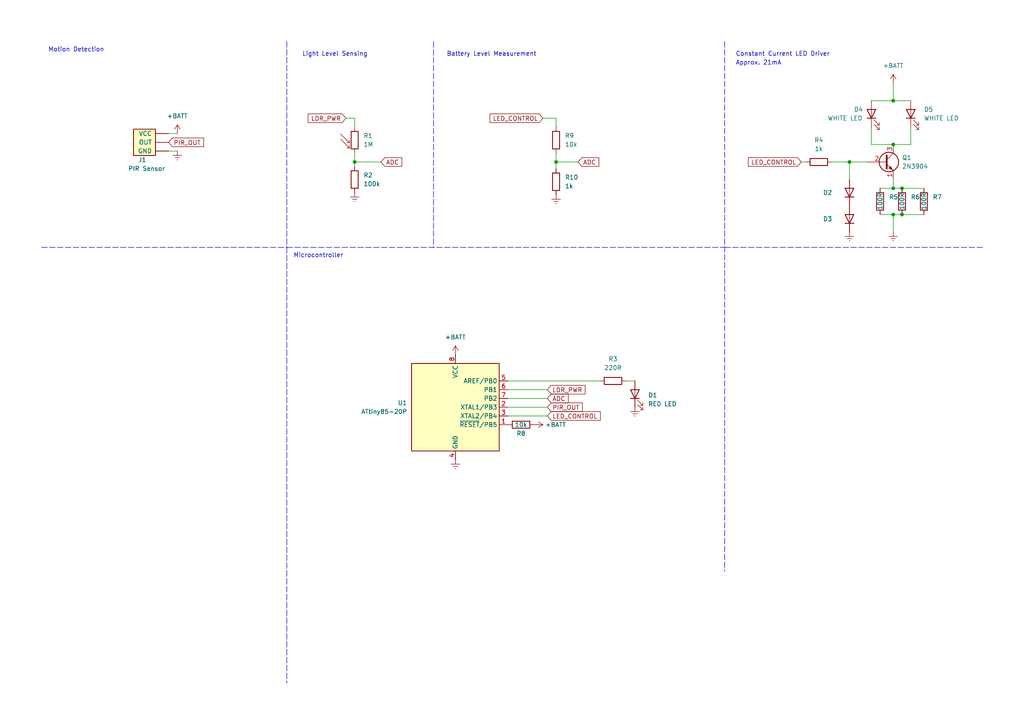
<source format=kicad_sch>
(kicad_sch (version 20211123) (generator eeschema)
  (paper "A4")
  (lib_symbols
    (symbol "Connector:Screw_Terminal_01x03" (pin_numbers hide) (pin_names (offset 1.016))
      (property "Reference" "J1" (at 0 8.89 0))
      (property "Value" "PIR Sensor" (at 0 6.35 0))
      (symbol "Screw_Terminal_01x03_1_1"
        (rectangle (start -1.27 3.81) (end 5.08 -3.81) (stroke (width 0.254)) (fill (type background)))
        (pin passive line (at -5.08 2.54 0) (length 3.81) (name "VCC") (number "1"))
        (pin passive line (at -5.08 0 0) (length 3.81) (name "OUT") (number "2"))
        (pin passive line (at -5.08 -2.54 0) (length 3.81) (name "GND") (number "3"))
      )
    )
    (symbol "Device:LED" (pin_numbers hide) (pin_names (offset 1.016) hide)
      (property "Reference" "D" (at 0 2.54 0))
      (property "Value" "LED" (at 0 -2.54 0))
      (symbol "LED_0_1"
        (polyline (pts (xy -1.27 -1.27) (xy -1.27 1.27)) (stroke (width 0.254)))
        (polyline (pts (xy -1.27 0) (xy 1.27 0)))
        (polyline (pts (xy 1.27 -1.27) (xy 1.27 1.27) (xy -1.27 0) (xy 1.27 -1.27)) (stroke (width 0.254)))
        (polyline (pts (xy -3.048 -0.762) (xy -4.572 -2.286) (xy -3.81 -2.286) (xy -4.572 -2.286) (xy -4.572 -1.524)))
        (polyline (pts (xy -1.778 -0.762) (xy -3.302 -2.286) (xy -2.54 -2.286) (xy -3.302 -2.286) (xy -3.302 -1.524)))
      )
      (symbol "LED_1_1"
        (pin passive line (at -3.81 0 0) (length 2.54) (name "K") (number "1"))
        (pin passive line (at 3.81 0 180) (length 2.54) (name "A") (number "2"))
      )
    )
    (symbol "Device:R" (pin_numbers hide) (pin_names (offset 0))
      (property "Reference" "R" (at 2.032 0 90))
      (property "Value" "R" (at 0 0 90))
      (symbol "R_0_1"
        (rectangle (start -1.016 -2.54) (end 1.016 2.54) (stroke (width 0.254)))
      )
      (symbol "R_1_1"
        (pin passive line (at 0 3.81 270) (length 1.27) (name "~") (number "1"))
        (pin passive line (at 0 -3.81 90) (length 1.27) (name "~") (number "2"))
      )
    )
    (symbol "Device:R_Photo" (pin_numbers hide) (pin_names (offset 0))
      (property "Reference" "R" (at 1.27 1.27 0))
      (property "Value" "R_Photo" (at 1.27 0 0))
      (symbol "R_Photo_0_1"
        (rectangle (start -1.016 2.54) (end 1.016 -2.54) (stroke (width 0.254)))
        (polyline (pts (xy -1.524 -2.286) (xy -4.064 0.254)))
        (polyline (pts (xy -1.524 -2.286) (xy -2.286 -2.286)))
        (polyline (pts (xy -1.524 -2.286) (xy -1.524 -1.524)))
        (polyline (pts (xy -1.524 -0.762) (xy -4.064 1.778)))
        (polyline (pts (xy -1.524 -0.762) (xy -2.286 -0.762)))
        (polyline (pts (xy -1.524 -0.762) (xy -1.524 0)))
      )
      (symbol "R_Photo_1_1"
        (pin passive line (at 0 3.81 270) (length 1.27) (name "~") (number "1"))
        (pin passive line (at 0 -3.81 90) (length 1.27) (name "~") (number "2"))
      )
    )
    (symbol "Diode:1N4007" (pin_numbers hide) (pin_names (offset 1.016) hide)
      (property "Reference" "D" (at 0 2.54 0))
      (property "Value" "1N4007" (at 0 -2.54 0))
      (symbol "1N4007_0_1"
        (polyline (pts (xy -1.27 1.27) (xy -1.27 -1.27)) (stroke (width 0.254)))
        (polyline (pts (xy 1.27 0) (xy -1.27 0)))
        (polyline (pts (xy 1.27 1.27) (xy 1.27 -1.27) (xy -1.27 0) (xy 1.27 1.27)) (stroke (width 0.254)))
      )
      (symbol "1N4007_1_1"
        (pin passive line (at -3.81 0 0) (length 2.54) (name "K") (number "1"))
        (pin passive line (at 3.81 0 180) (length 2.54) (name "A") (number "2"))
      )
    )
    (symbol "MCU_Microchip_ATtiny:ATtiny85-20P"
      (property "Reference" "U" (at -12.7 13.97 0))
      (property "Value" "ATtiny85-20P" (at 2.54 -13.97 0))
      (symbol "ATtiny85-20P_0_1"
        (rectangle (start -12.7 -12.7) (end 12.7 12.7) (stroke (width 0.254)) (fill (type background)))
      )
      (symbol "ATtiny85-20P_1_1"
        (pin bidirectional line (at 15.24 -5.08 180) (length 2.54) (name "~{RESET}/PB5") (number "1"))
        (pin bidirectional line (at 15.24 0 180) (length 2.54) (name "XTAL1/PB3") (number "2"))
        (pin bidirectional line (at 15.24 -2.54 180) (length 2.54) (name "XTAL2/PB4") (number "3"))
        (pin power_in line (at 0 -15.24 90) (length 2.54) (name "GND") (number "4"))
        (pin bidirectional line (at 15.24 7.62 180) (length 2.54) (name "AREF/PB0") (number "5"))
        (pin bidirectional line (at 15.24 5.08 180) (length 2.54) (name "PB1") (number "6"))
        (pin bidirectional line (at 15.24 2.54 180) (length 2.54) (name "PB2") (number "7"))
        (pin power_in line (at 0 15.24 270) (length 2.54) (name "VCC") (number "8"))
      )
    )
    (symbol "Transistor_BJT:2N3904" (pin_names (offset 0) hide)
      (property "Reference" "Q" (at 5.08 1.905 0))
      (property "Value" "2N3904" (at 5.08 0 0))
      (symbol "2N3904_0_1"
        (polyline (pts (xy 0.635 0.635) (xy 2.54 2.54)))
        (polyline (pts (xy 0.635 -0.635) (xy 2.54 -2.54) (xy 2.54 -2.54)))
        (polyline (pts (xy 0.635 1.905) (xy 0.635 -1.905) (xy 0.635 -1.905)) (stroke (width 0.508)))
        (polyline (pts (xy 1.27 -1.778) (xy 1.778 -1.27) (xy 2.286 -2.286) (xy 1.27 -1.778) (xy 1.27 -1.778)) (fill (type outline)))
        (circle (center 1.27 0) (radius 2.8194) (stroke (width 0.254)))
      )
      (symbol "2N3904_1_1"
        (pin passive line (at 2.54 -5.08 90) (length 2.54) (name "E") (number "1"))
        (pin passive line (at -5.08 0 0) (length 5.715) (name "B") (number "2"))
        (pin passive line (at 2.54 5.08 270) (length 2.54) (name "C") (number "3"))
      )
    )
    (symbol "power:+BATT" (power) (pin_names (offset 0))
      (property "Value" "+BATT" (at 0 3.556 0))
      (symbol "+BATT_0_1"
        (polyline (pts (xy -0.762 1.27) (xy 0 2.54)))
        (polyline (pts (xy 0 0) (xy 0 2.54)))
        (polyline (pts (xy 0 2.54) (xy 0.762 1.27)))
      )
      (symbol "+BATT_1_1"
        (pin power_in line (at 0 0 90) (length 0) hide (name "+BATT") (number "1"))
      )
    )
    (symbol "power:Earth" (power) (pin_names (offset 0))
      (symbol "Earth_0_1"
        (polyline (pts (xy -0.635 -1.905) (xy 0.635 -1.905)))
        (polyline (pts (xy -0.127 -2.54) (xy 0.127 -2.54)))
        (polyline (pts (xy 0 -1.27) (xy 0 0)))
        (polyline (pts (xy 1.27 -1.27) (xy -1.27 -1.27)))
      )
      (symbol "Earth_1_1"
        (pin power_in line (at 0 0 270) (length 0) hide (name "Earth") (number "1"))
      )
    )
  )
  (junction (at 161.29 46.99))
  (junction (at 261.62 62.23))
  (junction (at 102.87 46.99))
  (junction (at 259.08 29.21))
  (junction (at 246.38 46.99))
  (junction (at 261.62 54.61))
  (junction (at 259.08 62.23))
  (junction (at 259.08 41.91))
  (junction (at 259.08 54.61))
  (wire (pts (xy 181.61 110.49) (xy 184.15 110.49)))
  (wire (pts (xy 102.87 46.99) (xy 110.49 46.99)))
  (wire (pts (xy 264.16 41.91) (xy 259.08 41.91)))
  (wire (pts (xy 246.38 46.99) (xy 251.46 46.99)))
  (wire (pts (xy 261.62 54.61) (xy 267.97 54.61)))
  (wire (pts (xy 259.08 54.61) (xy 261.62 54.61)))
  (wire (pts (xy 147.32 118.11) (xy 158.75 118.11)))
  (polyline (pts (xy 210.185 12.065) (xy 210.185 165.735)))
  (wire (pts (xy 102.87 34.29) (xy 102.87 36.83)))
  (wire (pts (xy 147.32 110.49) (xy 173.99 110.49)))
  (wire (pts (xy 259.08 24.13) (xy 259.08 29.21)))
  (wire (pts (xy 161.29 46.99) (xy 161.29 48.895)))
  (wire (pts (xy 232.41 46.99) (xy 233.68 46.99)))
  (wire (pts (xy 158.75 115.57) (xy 147.32 115.57)))
  (wire (pts (xy 259.08 62.23) (xy 259.08 67.31)))
  (polyline (pts (xy 83.185 12.065) (xy 83.185 71.755)))
  (wire (pts (xy 255.27 62.23) (xy 259.08 62.23)))
  (wire (pts (xy 161.29 44.45) (xy 161.29 46.99)))
  (wire (pts (xy 161.29 34.29) (xy 161.29 36.83)))
  (wire (pts (xy 48.895 38.735) (xy 51.435 38.735)))
  (polyline (pts (xy 125.73 12.065) (xy 125.73 71.755)))
  (wire (pts (xy 259.08 29.21) (xy 264.16 29.21)))
  (wire (pts (xy 252.73 41.91) (xy 259.08 41.91)))
  (wire (pts (xy 252.73 36.83) (xy 252.73 41.91)))
  (wire (pts (xy 252.73 29.21) (xy 259.08 29.21)))
  (wire (pts (xy 241.3 46.99) (xy 246.38 46.99)))
  (wire (pts (xy 264.16 36.83) (xy 264.16 41.91)))
  (polyline (pts (xy 83.185 71.755) (xy 210.185 71.755)))
  (wire (pts (xy 259.08 52.07) (xy 259.08 54.61)))
  (wire (pts (xy 246.38 52.07) (xy 246.38 46.99)))
  (wire (pts (xy 261.62 62.23) (xy 267.97 62.23)))
  (wire (pts (xy 102.87 46.99) (xy 102.87 48.26)))
  (wire (pts (xy 255.27 54.61) (xy 259.08 54.61)))
  (wire (pts (xy 51.435 43.815) (xy 48.895 43.815)))
  (wire (pts (xy 161.29 46.99) (xy 167.64 46.99)))
  (wire (pts (xy 102.87 44.45) (xy 102.87 46.99)))
  (polyline (pts (xy 83.185 71.755) (xy 83.185 198.12)))
  (wire (pts (xy 147.32 113.03) (xy 158.75 113.03)))
  (wire (pts (xy 147.32 120.65) (xy 158.75 120.65)))
  (polyline (pts (xy 210.185 71.755) (xy 285.115 71.755)))
  (wire (pts (xy 157.48 34.29) (xy 161.29 34.29)))
  (polyline (pts (xy 12.065 71.755) (xy 83.185 71.755)))
  (wire (pts (xy 259.08 62.23) (xy 261.62 62.23)))
  (wire (pts (xy 100.33 34.29) (xy 102.87 34.29)))
  (text "Light Level Sensing" (at 87.63 16.51 0) (effects (font (size 1.27 1.27)) (justify left bottom)))
  (text "Microcontroller" (at 85.09 74.93 0) (effects (font (size 1.27 1.27)) (justify left bottom)))
  (text "Constant Current LED Driver" (at 213.36 16.51 0) (effects (font (size 1.27 1.27)) (justify left bottom)))
  (text "Approx. 21mA" (at 213.36 19.05 0) (effects (font (size 1.27 1.27)) (justify left bottom)))
  (text "Motion Detection" (at 13.97 15.24 0) (effects (font (size 1.27 1.27)) (justify left bottom)))
  (text "Battery Level Measurement" (at 129.54 16.51 0) (effects (font (size 1.27 1.27)) (justify left bottom)))
  (global_label "LDR_PWR" (shape input) (at 100.33 34.29 180) (property "Intersheet References" "${INTERSHEET_REFS}" (effects hide)))
  (global_label "LED_CONTROL" (shape input) (at 157.48 34.29 180) (property "Intersheet References" "${INTERSHEET_REFS}" (effects hide)))
  (global_label "PIR_OUT" (shape input) (at 48.895 41.275 0) (property "Intersheet References" "${INTERSHEET_REFS}" (effects hide)))
  (global_label "ADC" (shape input) (at 167.64 46.99 0) (property "Intersheet References" "${INTERSHEET_REFS}" (effects hide)))
  (global_label "LED_CONTROL" (shape input) (at 232.41 46.99 180) (property "Intersheet References" "${INTERSHEET_REFS}" (effects hide)))
  (global_label "ADC" (shape input) (at 158.75 115.57 0) (property "Intersheet References" "${INTERSHEET_REFS}" (effects hide)))
  (global_label "PIR_OUT" (shape input) (at 158.75 118.11 0) (property "Intersheet References" "${INTERSHEET_REFS}" (effects hide)))
  (global_label "LED_CONTROL" (shape input) (at 158.75 120.65 0) (property "Intersheet References" "${INTERSHEET_REFS}" (effects hide)))
  (global_label "LDR_PWR" (shape input) (at 158.75 113.03 0) (property "Intersheet References" "${INTERSHEET_REFS}" (effects hide)))
  (global_label "ADC" (shape input) (at 110.49 46.99 0) (property "Intersheet References" "${INTERSHEET_REFS}" (effects hide)))
  (symbol (lib_id "power:Earth") (at 51.435 43.815 0) (unit 1)
    (property "Reference" "#PWR02" (effects hide))
    (property "Value" "Earth" (effects hide))
  )
  (symbol (lib_id "power:Earth") (at 161.29 56.515 0) (unit 1)
    (property "Reference" "#PWR011" (effects hide))
    (property "Value" "Earth" (effects hide))
  )
  (symbol (lib_id "power:Earth") (at 259.08 67.31 0) (unit 1)
    (property "Reference" "#PWR09" (effects hide))
    (property "Value" "Earth" (effects hide))
  )
  (symbol (lib_id "Device:R_Photo") (at 102.87 40.64 0) (unit 1)
    (property "Reference" "R1" (at 105.41 39.3699 0) (effects (justify left)))
    (property "Value" "1M" (at 105.41 41.9099 0) (effects (justify left)))
  )
  (symbol (lib_id "Device:R") (at 102.87 52.07 0) (unit 1)
    (property "Reference" "R2" (at 105.41 50.7999 0) (effects (justify left)))
    (property "Value" "100k" (at 105.41 53.3399 0) (effects (justify left)))
  )
  (symbol (lib_id "Device:LED") (at 184.15 114.3 90) (unit 1)
    (property "Reference" "D1" (at 187.96 114.6174 90) (effects (justify right)))
    (property "Value" "RED LED" (at 187.96 117.1574 90) (effects (justify right)))
  )
  (symbol (lib_id "Device:R") (at 177.8 110.49 90) (unit 1)
    (property "Reference" "R3" (at 177.8 104.14 90))
    (property "Value" "220R" (at 177.8 106.68 90))
  )
  (symbol (lib_id "Diode:1N4007") (at 246.38 55.88 90) (unit 1)
    (property "Reference" "D2" (at 240.03 55.88 90))
    (property "Value" "1N4007" (effects hide))
    (property "Footprint" "Diode_THT:D_DO-41_SOD81_P10.16mm_Horizontal" (effects hide))
    (property "Datasheet" "http://www.vishay.com/docs/88503/1n4001.pdf" (effects hide))
  )
  (symbol (lib_id "power:+BATT") (at 154.94 123.19 270) (unit 1)
    (property "Reference" "#PWR010" (effects hide))
    (property "Value" "+BATT" (at 158.115 123.1899 90) (effects (justify left)))
  )
  (symbol (lib_id "power:Earth") (at 102.87 55.88 0) (unit 1)
    (property "Reference" "#PWR01" (effects hide))
    (property "Value" "Earth" (effects hide))
  )
  (symbol (lib_id "Device:R") (at 161.29 52.705 0) (unit 1)
    (property "Reference" "R10" (at 163.83 51.4349 0) (effects (justify left)))
    (property "Value" "1k" (at 163.83 53.9749 0) (effects (justify left)))
  )
  (symbol (lib_id "Transistor_BJT:2N3904") (at 256.54 46.99 0) (unit 1)
    (property "Reference" "Q1" (at 261.62 45.7199 0) (effects (justify left)))
    (property "Value" "2N3904" (at 261.62 48.2599 0) (effects (justify left)))
    (property "Footprint" "Package_TO_SOT_THT:TO-92_Inline" (effects hide))
    (property "Datasheet" "https://www.onsemi.com/pub/Collateral/2N3903-D.PDF" (effects hide))
  )
  (symbol (lib_id "MCU_Microchip_ATtiny:ATtiny85-20P") (at 132.08 118.11 0) (unit 1)
    (property "Reference" "U1" (at 118.11 116.8399 0) (effects (justify right)))
    (property "Value" "ATtiny85-20P" (at 118.11 119.3799 0) (effects (justify right)))
    (property "Footprint" "Package_DIP:DIP-8_W7.62mm" (effects hide))
    (property "Datasheet" "http://ww1.microchip.com/downloads/en/DeviceDoc/atmel-2586-avr-8-bit-microcontroller-attiny25-attiny45-attiny85_datasheet.pdf" (effects hide))
  )
  (symbol (lib_id "Diode:1N4007") (at 246.38 63.5 90) (unit 1)
    (property "Reference" "D3" (at 240.03 63.5 90))
    (property "Value" "1N4007" (effects hide))
    (property "Footprint" "Diode_THT:D_DO-41_SOD81_P10.16mm_Horizontal" (effects hide))
    (property "Datasheet" "http://www.vishay.com/docs/88503/1n4001.pdf" (effects hide))
  )
  (symbol (lib_id "power:+BATT") (at 132.08 102.87 0) (unit 1)
    (property "Reference" "#PWR04" (effects hide))
    (property "Value" "+BATT" (at 132.08 97.79 0))
  )
  (symbol (lib_id "Connector:Screw_Terminal_01x03") (at 43.815 41.275 0) (mirror y) (unit 1)
    (property "Reference" "J1" (at 41.275 46.355 0))
    (property "Value" "PIR Sensor" (at 42.545 48.895 0))
  )
  (symbol (lib_id "Device:R") (at 255.27 58.42 0) (unit 1)
    (property "Reference" "R5" (at 257.81 57.1499 0) (effects (justify left)))
    (property "Value" "100R" (at 255.27 60.96 90) (effects (justify left)))
  )
  (symbol (lib_id "Device:R") (at 267.97 58.42 0) (unit 1)
    (property "Reference" "R7" (at 270.51 57.1499 0) (effects (justify left)))
    (property "Value" "100R" (at 267.97 60.96 90) (effects (justify left)))
  )
  (symbol (lib_id "power:+BATT") (at 259.08 24.13 0) (unit 1)
    (property "Reference" "#PWR08" (effects hide))
    (property "Value" "+BATT" (at 259.08 19.05 0))
  )
  (symbol (lib_id "Device:R") (at 161.29 40.64 0) (unit 1)
    (property "Reference" "R9" (at 163.83 39.3699 0) (effects (justify left)))
    (property "Value" "10k" (at 163.83 41.9099 0) (effects (justify left)))
  )
  (symbol (lib_id "power:+BATT") (at 51.435 38.735 0) (unit 1)
    (property "Reference" "#PWR03" (effects hide))
    (property "Value" "+BATT" (at 51.435 33.655 0))
  )
  (symbol (lib_id "power:Earth") (at 132.08 133.35 0) (unit 1)
    (property "Reference" "#PWR05" (effects hide))
    (property "Value" "Earth" (effects hide))
  )
  (symbol (lib_id "Device:R") (at 237.49 46.99 90) (unit 1)
    (property "Reference" "R4" (at 237.49 40.64 90))
    (property "Value" "1k" (at 237.49 43.18 90))
  )
  (symbol (lib_id "Device:R") (at 261.62 58.42 0) (unit 1)
    (property "Reference" "R6" (at 264.16 57.1499 0) (effects (justify left)))
    (property "Value" "100R" (at 261.62 60.96 90) (effects (justify left)))
  )
  (symbol (lib_id "Device:R") (at 151.13 123.19 90) (unit 1)
    (property "Reference" "R8" (at 151.13 125.73 90))
    (property "Value" "10k" (at 151.13 123.19 90))
  )
  (symbol (lib_id "power:Earth") (at 184.15 118.11 0) (unit 1)
    (property "Reference" "#PWR06" (effects hide))
    (property "Value" "Earth" (effects hide))
  )
  (symbol (lib_id "Device:LED") (at 264.16 33.02 90) (unit 1)
    (property "Reference" "D5" (at 267.97 31.75 90) (effects (justify right)))
    (property "Value" "WHITE LED" (at 267.97 34.29 90) (effects (justify right)))
  )
  (symbol (lib_id "power:Earth") (at 246.38 67.31 0) (unit 1)
    (property "Reference" "#PWR07" (effects hide))
    (property "Value" "Earth" (effects hide))
  )
  (symbol (lib_id "Device:LED") (at 252.73 33.02 90) (unit 1)
    (property "Reference" "D4" (at 247.65 31.75 90) (effects (justify right)))
    (property "Value" "WHITE LED" (at 240.03 34.29 90) (effects (justify right)))
  )
)
</source>
